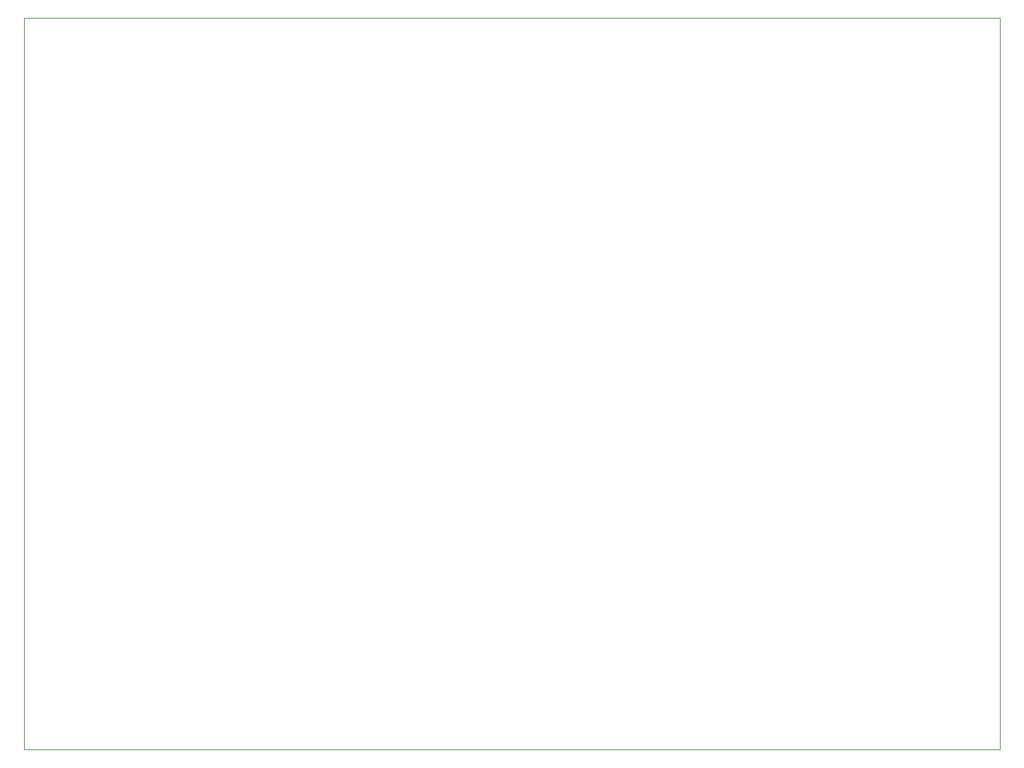
<source format=gbr>
G04 #@! TF.GenerationSoftware,KiCad,Pcbnew,(6.0.5)*
G04 #@! TF.CreationDate,2022-07-13T14:18:21-07:00*
G04 #@! TF.ProjectId,solid_state_relays_24v,736f6c69-645f-4737-9461-74655f72656c,0.0.10*
G04 #@! TF.SameCoordinates,PX2faf080PY8583b00*
G04 #@! TF.FileFunction,Profile,NP*
%FSLAX46Y46*%
G04 Gerber Fmt 4.6, Leading zero omitted, Abs format (unit mm)*
G04 Created by KiCad (PCBNEW (6.0.5)) date 2022-07-13 14:18:21*
%MOMM*%
%LPD*%
G01*
G04 APERTURE LIST*
G04 #@! TA.AperFunction,Profile*
%ADD10C,0.001000*%
G04 #@! TD*
G04 APERTURE END LIST*
D10*
X0Y90000000D02*
X120000000Y90000000D01*
X120000000Y90000000D02*
X120000000Y0D01*
X120000000Y0D02*
X0Y0D01*
X0Y0D02*
X0Y90000000D01*
M02*

</source>
